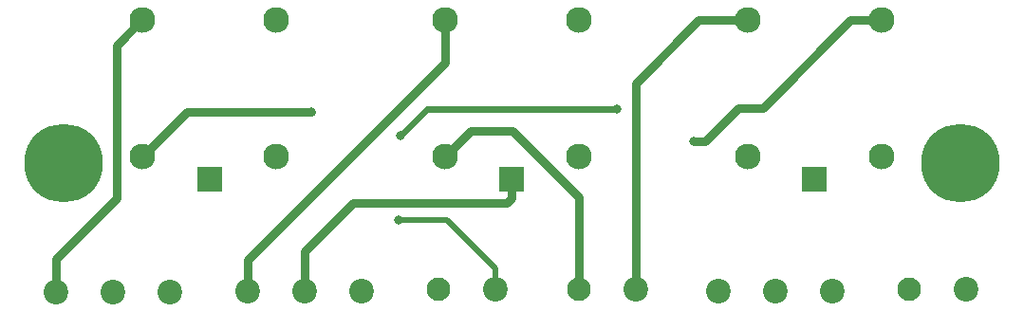
<source format=gbr>
%TF.GenerationSoftware,KiCad,Pcbnew,7.0.2*%
%TF.CreationDate,2023-08-09T10:06:03-03:00*%
%TF.ProjectId,PCB_Incendio,5043425f-496e-4636-956e-64696f2e6b69,rev?*%
%TF.SameCoordinates,Original*%
%TF.FileFunction,Copper,L2,Bot*%
%TF.FilePolarity,Positive*%
%FSLAX46Y46*%
G04 Gerber Fmt 4.6, Leading zero omitted, Abs format (unit mm)*
G04 Created by KiCad (PCBNEW 7.0.2) date 2023-08-09 10:06:03*
%MOMM*%
%LPD*%
G01*
G04 APERTURE LIST*
%TA.AperFunction,ComponentPad*%
%ADD10C,2.200000*%
%TD*%
%TA.AperFunction,ComponentPad*%
%ADD11C,0.800000*%
%TD*%
%TA.AperFunction,ComponentPad*%
%ADD12C,7.000000*%
%TD*%
%TA.AperFunction,ComponentPad*%
%ADD13C,2.100000*%
%TD*%
%TA.AperFunction,ComponentPad*%
%ADD14C,2.300000*%
%TD*%
%TA.AperFunction,ComponentPad*%
%ADD15R,2.300000X2.300000*%
%TD*%
%TA.AperFunction,ViaPad*%
%ADD16C,0.800000*%
%TD*%
%TA.AperFunction,Conductor*%
%ADD17C,0.762000*%
%TD*%
%TA.AperFunction,Conductor*%
%ADD18C,0.508000*%
%TD*%
%TA.AperFunction,Conductor*%
%ADD19C,0.609600*%
%TD*%
%TA.AperFunction,Conductor*%
%ADD20C,0.250000*%
%TD*%
G04 APERTURE END LIST*
D10*
%TO.P,J5,1,1*%
%TO.N,GND*%
X218860000Y-86420000D03*
%TO.P,J5,2,2*%
%TO.N,Net-(J5-Pad2)*%
X213780000Y-86420000D03*
%TO.P,J5,3,3*%
%TO.N,12V*%
X208700000Y-86420000D03*
%TD*%
D11*
%TO.P,REF\u002A\u002A,1*%
%TO.N,N/C*%
X152905000Y-75000000D03*
X152136155Y-76856155D03*
X152136155Y-73143845D03*
X150280000Y-77625000D03*
D12*
X150280000Y-75000000D03*
D11*
X150280000Y-72375000D03*
X148423845Y-76856155D03*
X148423845Y-73143845D03*
X147655000Y-75000000D03*
%TD*%
D10*
%TO.P,J3,1,1*%
%TO.N,Net-(J3-Pad1)*%
X176860000Y-86420000D03*
%TO.P,J3,2,2*%
%TO.N,Net-(J3-Pad2)*%
X171780000Y-86420000D03*
%TO.P,J3,3,3*%
%TO.N,Net-(J3-Pad3)*%
X166700000Y-86420000D03*
%TD*%
D11*
%TO.P,REF\u002A\u002A,1*%
%TO.N,N/C*%
X232905000Y-75000000D03*
X232136155Y-76856155D03*
X232136155Y-73143845D03*
X230280000Y-77625000D03*
D12*
X230280000Y-75000000D03*
D11*
X230280000Y-72375000D03*
X228423845Y-76856155D03*
X228423845Y-73143845D03*
X227655000Y-75000000D03*
%TD*%
D10*
%TO.P,J1,1,1*%
%TO.N,12V*%
X230820000Y-86293000D03*
D13*
%TO.P,J1,2,2*%
%TO.N,GND*%
X225740000Y-86293000D03*
%TD*%
%TO.P,J6,2,2*%
%TO.N,PL1*%
X183740000Y-86293000D03*
D10*
%TO.P,J6,1,1*%
%TO.N,PL2*%
X188820000Y-86293000D03*
%TD*%
%TO.P,J2,1,1*%
%TO.N,Net-(J2-Pad1)*%
X201320000Y-86293000D03*
D13*
%TO.P,J2,2,2*%
%TO.N,12V*%
X196240000Y-86293000D03*
%TD*%
D10*
%TO.P,J4,1,1*%
%TO.N,Net-(J4-Pad1)*%
X159760000Y-86520000D03*
%TO.P,J4,2,2*%
%TO.N,Net-(J4-Pad2)*%
X154680000Y-86520000D03*
%TO.P,J4,3,3*%
%TO.N,Net-(J4-Pad3)*%
X149600000Y-86520000D03*
%TD*%
D14*
%TO.P,K2,1*%
%TO.N,Net-(D1-A)*%
X196280000Y-74420000D03*
D15*
%TO.P,K2,2*%
%TO.N,Net-(J3-Pad2)*%
X190280000Y-76420000D03*
D14*
%TO.P,K2,3*%
%TO.N,Net-(J3-Pad3)*%
X184280000Y-62220000D03*
%TO.P,K2,4*%
%TO.N,Net-(J3-Pad1)*%
X196280000Y-62220000D03*
%TO.P,K2,5*%
%TO.N,12V*%
X184280000Y-74420000D03*
%TD*%
%TO.P,K3,1*%
%TO.N,Net-(D2-A)*%
X169280000Y-74420000D03*
D15*
%TO.P,K3,2*%
%TO.N,Net-(J4-Pad2)*%
X163280000Y-76420000D03*
D14*
%TO.P,K3,3*%
%TO.N,Net-(J4-Pad3)*%
X157280000Y-62220000D03*
%TO.P,K3,4*%
%TO.N,Net-(J4-Pad1)*%
X169280000Y-62220000D03*
%TO.P,K3,5*%
%TO.N,12V*%
X157280000Y-74420000D03*
%TD*%
%TO.P,K1,1*%
%TO.N,Net-(J5-Pad2)*%
X223280000Y-74420000D03*
D15*
%TO.P,K1,2*%
%TO.N,GND*%
X217280000Y-76420000D03*
D14*
%TO.P,K1,3*%
%TO.N,Net-(J2-Pad1)*%
X211280000Y-62220000D03*
%TO.P,K1,4*%
%TO.N,Net-(Q1-E)*%
X223280000Y-62220000D03*
%TO.P,K1,5*%
%TO.N,12V*%
X211280000Y-74420000D03*
%TD*%
D16*
%TO.N,12V*%
X172380000Y-70410000D03*
%TO.N,Net-(Q1-E)*%
X206510000Y-73010000D03*
X199680000Y-70160000D03*
X180370000Y-72500000D03*
%TO.N,PL2*%
X180130000Y-80070000D03*
%TD*%
D17*
%TO.N,Net-(J3-Pad2)*%
X190280000Y-78090000D02*
X190280000Y-76420000D01*
X189840000Y-78530000D02*
X190280000Y-78090000D01*
X171780000Y-82870000D02*
X176120000Y-78530000D01*
X171780000Y-86420000D02*
X171780000Y-82870000D01*
X176120000Y-78530000D02*
X189840000Y-78530000D01*
D18*
%TO.N,PL2*%
X180150000Y-80090000D02*
X184520000Y-80090000D01*
X184520000Y-80090000D02*
X188820000Y-84390000D01*
X180130000Y-80070000D02*
X180150000Y-80090000D01*
X188820000Y-84390000D02*
X188820000Y-86293000D01*
D17*
%TO.N,Net-(J4-Pad3)*%
X149600000Y-83540000D02*
X149600000Y-86520000D01*
X154980000Y-78160000D02*
X149600000Y-83540000D01*
X154980000Y-64520000D02*
X154980000Y-78160000D01*
X157260000Y-62240000D02*
X154980000Y-64520000D01*
%TO.N,Net-(Q1-E)*%
X220490000Y-62220000D02*
X223280000Y-62220000D01*
X212650000Y-70060000D02*
X220490000Y-62220000D01*
X210480000Y-70060000D02*
X212650000Y-70060000D01*
X207530000Y-73010000D02*
X210480000Y-70060000D01*
X206510000Y-73010000D02*
X207530000Y-73010000D01*
D19*
X199660000Y-70140000D02*
X199680000Y-70160000D01*
X182730000Y-70140000D02*
X199660000Y-70140000D01*
X180370000Y-72500000D02*
X182730000Y-70140000D01*
D17*
%TO.N,12V*%
X184280000Y-74420000D02*
X186590000Y-72110000D01*
X196240000Y-78050000D02*
X196240000Y-86293000D01*
X186590000Y-72110000D02*
X190300000Y-72110000D01*
X190300000Y-72110000D02*
X196240000Y-78050000D01*
X161290000Y-70410000D02*
X172380000Y-70410000D01*
X157280000Y-74420000D02*
X161290000Y-70410000D01*
%TO.N,Net-(J2-Pad1)*%
X201320000Y-67850000D02*
X206950000Y-62220000D01*
X206950000Y-62220000D02*
X211280000Y-62220000D01*
X201320000Y-86293000D02*
X201320000Y-67850000D01*
%TO.N,Net-(J3-Pad3)*%
X166700000Y-83590000D02*
X166700000Y-86420000D01*
X184280000Y-62220000D02*
X184280000Y-66010000D01*
X184280000Y-66010000D02*
X166700000Y-83590000D01*
D20*
%TO.N,Net-(J4-Pad3)*%
X157280000Y-62220000D02*
X157260000Y-62240000D01*
%TD*%
M02*

</source>
